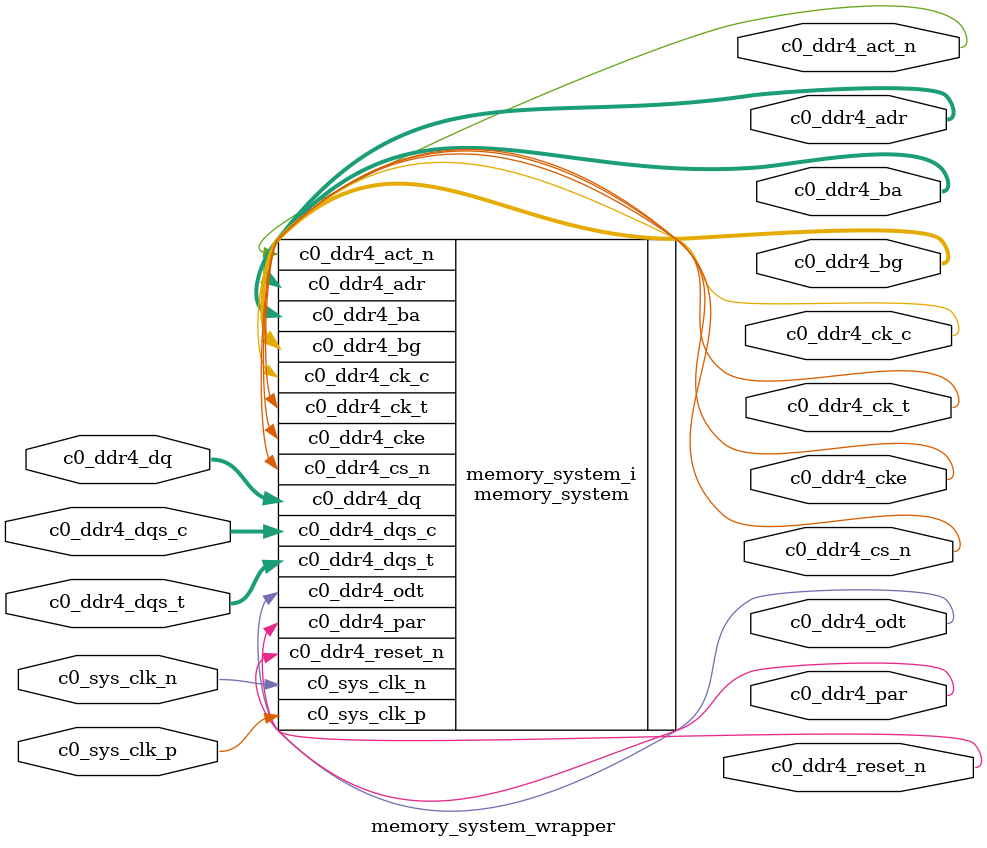
<source format=v>
`timescale 1 ps / 1 ps

module memory_system_wrapper
   (c0_ddr4_act_n,
    c0_ddr4_adr,
    c0_ddr4_ba,
    c0_ddr4_bg,
    c0_ddr4_ck_c,
    c0_ddr4_ck_t,
    c0_ddr4_cke,
    c0_ddr4_cs_n,
    c0_ddr4_dq,
    c0_ddr4_dqs_c,
    c0_ddr4_dqs_t,
    c0_ddr4_odt,
    c0_ddr4_par,
    c0_ddr4_reset_n,
    c0_sys_clk_n,
    c0_sys_clk_p);
  output c0_ddr4_act_n;
  output [16:0]c0_ddr4_adr;
  output [1:0]c0_ddr4_ba;
  output [1:0]c0_ddr4_bg;
  output c0_ddr4_ck_c;
  output c0_ddr4_ck_t;
  output c0_ddr4_cke;
  output c0_ddr4_cs_n;
  inout [71:0]c0_ddr4_dq;
  inout [17:0]c0_ddr4_dqs_c;
  inout [17:0]c0_ddr4_dqs_t;
  output c0_ddr4_odt;
  output c0_ddr4_par;
  output c0_ddr4_reset_n;
  input c0_sys_clk_n;
  input c0_sys_clk_p;

  wire c0_ddr4_act_n;
  wire [16:0]c0_ddr4_adr;
  wire [1:0]c0_ddr4_ba;
  wire [1:0]c0_ddr4_bg;
  wire c0_ddr4_ck_c;
  wire c0_ddr4_ck_t;
  wire c0_ddr4_cke;
  wire c0_ddr4_cs_n;
  wire [71:0]c0_ddr4_dq;
  wire [17:0]c0_ddr4_dqs_c;
  wire [17:0]c0_ddr4_dqs_t;
  wire c0_ddr4_odt;
  wire c0_ddr4_par;
  wire c0_ddr4_reset_n;
  wire c0_sys_clk_n;
  wire c0_sys_clk_p;

  memory_system memory_system_i
       (.c0_ddr4_act_n(c0_ddr4_act_n),
        .c0_ddr4_adr(c0_ddr4_adr),
        .c0_ddr4_ba(c0_ddr4_ba),
        .c0_ddr4_bg(c0_ddr4_bg),
        .c0_ddr4_ck_c(c0_ddr4_ck_c),
        .c0_ddr4_ck_t(c0_ddr4_ck_t),
        .c0_ddr4_cke(c0_ddr4_cke),
        .c0_ddr4_cs_n(c0_ddr4_cs_n),
        .c0_ddr4_dq(c0_ddr4_dq),
        .c0_ddr4_dqs_c(c0_ddr4_dqs_c),
        .c0_ddr4_dqs_t(c0_ddr4_dqs_t),
        .c0_ddr4_odt(c0_ddr4_odt),
        .c0_ddr4_par(c0_ddr4_par),
        .c0_ddr4_reset_n(c0_ddr4_reset_n),
        .c0_sys_clk_n(c0_sys_clk_n),
        .c0_sys_clk_p(c0_sys_clk_p));
endmodule

</source>
